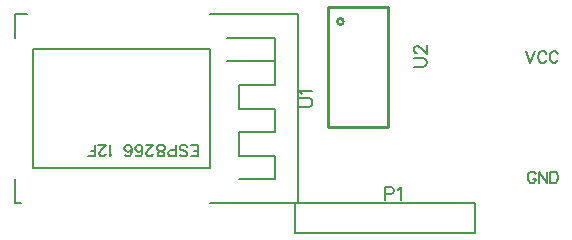
<source format=gto>
G04 Layer: TopSilkLayer*
G04 EasyEDA v6.1.52, Mon, 22 Jul 2019 07:30:32 GMT*
G04 48bfd73402ea4c338a6de7f667507198,62ece946848449f3960951035e99d9e0,10*
G04 Gerber Generator version 0.2*
G04 Scale: 100 percent, Rotated: No, Reflected: No *
G04 Dimensions in millimeters *
G04 leading zeros omitted , absolute positions ,3 integer and 3 decimal *
%FSLAX33Y33*%
%MOMM*%
G90*
G71D02*

%ADD11C,0.203200*%
%ADD28C,0.228600*%
%ADD29C,0.202999*%
%ADD30C,0.200000*%
%ADD31C,0.254000*%
%ADD32C,0.152400*%
%ADD33C,0.177800*%

%LPD*%
G54D28*
G01X28067Y19939D02*
G01X28067Y9779D01*
G01X33147Y9779D01*
G01X33147Y19939D01*
G01X28067Y19939D01*
G54D11*
G01X27178Y3302D02*
G01X25273Y3302D01*
G01X25273Y762D01*
G01X40513Y762D01*
G01X40513Y3302D01*
G54D29*
G01X40513Y3302D02*
G01X27178Y3302D01*
G54D30*
G01X1521Y19295D02*
G01X1521Y17295D01*
G01X1524Y3304D02*
G01X1524Y5304D01*
G01X1524Y3304D02*
G01X2023Y3304D01*
G01X1521Y19295D02*
G01X2521Y19295D01*
G01X18023Y19304D02*
G01X25523Y19304D01*
G01X25523Y3304D01*
G01X18023Y3304D01*
G01X20523Y5304D02*
G01X23523Y5304D01*
G01X23523Y7304D01*
G01X20523Y7304D01*
G01X20523Y9304D01*
G01X23523Y9304D01*
G01X23523Y11304D01*
G01X20523Y11304D01*
G01X20523Y13304D01*
G01X23523Y13304D01*
G01X23523Y17304D01*
G01X19523Y17304D01*
G01X19523Y15304D02*
G01X23523Y15304D01*
G01X18023Y16304D02*
G01X18023Y6304D01*
G01X3023Y6304D01*
G01X3023Y16304D01*
G01X18023Y16304D01*
G54D32*
G01X35316Y14859D02*
G01X36093Y14859D01*
G01X36250Y14909D01*
G01X36355Y15013D01*
G01X36405Y15171D01*
G01X36405Y15275D01*
G01X36355Y15430D01*
G01X36250Y15534D01*
G01X36093Y15585D01*
G01X35316Y15585D01*
G01X35575Y15981D02*
G01X35521Y15981D01*
G01X35417Y16032D01*
G01X35366Y16085D01*
G01X35316Y16189D01*
G01X35316Y16395D01*
G01X35366Y16499D01*
G01X35417Y16553D01*
G01X35521Y16603D01*
G01X35626Y16603D01*
G01X35730Y16553D01*
G01X35887Y16449D01*
G01X36405Y15928D01*
G01X36405Y16657D01*
G01X32893Y4645D02*
G01X32893Y3556D01*
G01X32893Y4645D02*
G01X33360Y4645D01*
G01X33515Y4594D01*
G01X33568Y4544D01*
G01X33619Y4439D01*
G01X33619Y4282D01*
G01X33568Y4178D01*
G01X33515Y4127D01*
G01X33360Y4074D01*
G01X32893Y4074D01*
G01X33962Y4439D02*
G01X34066Y4490D01*
G01X34223Y4645D01*
G01X34223Y3556D01*
G01X25622Y11430D02*
G01X26402Y11430D01*
G01X26557Y11480D01*
G01X26661Y11584D01*
G01X26712Y11742D01*
G01X26712Y11846D01*
G01X26661Y12001D01*
G01X26557Y12105D01*
G01X26402Y12156D01*
G01X25622Y12156D01*
G01X25830Y12499D02*
G01X25777Y12603D01*
G01X25622Y12760D01*
G01X26712Y12760D01*
G54D33*
G01X17023Y7254D02*
G01X17023Y8227D01*
G01X17023Y7254D02*
G01X16423Y7254D01*
G01X17023Y7719D02*
G01X16652Y7719D01*
G01X17023Y8227D02*
G01X16423Y8227D01*
G01X15471Y7391D02*
G01X15562Y7299D01*
G01X15699Y7254D01*
G01X15885Y7254D01*
G01X16022Y7299D01*
G01X16116Y7391D01*
G01X16116Y7485D01*
G01X16070Y7576D01*
G01X16022Y7625D01*
G01X15930Y7670D01*
G01X15654Y7762D01*
G01X15562Y7807D01*
G01X15514Y7853D01*
G01X15471Y7947D01*
G01X15471Y8084D01*
G01X15562Y8178D01*
G01X15699Y8227D01*
G01X15885Y8227D01*
G01X16022Y8178D01*
G01X16116Y8084D01*
G01X15163Y7254D02*
G01X15163Y8227D01*
G01X15163Y7254D02*
G01X14747Y7254D01*
G01X14610Y7299D01*
G01X14566Y7345D01*
G01X14518Y7439D01*
G01X14518Y7576D01*
G01X14566Y7670D01*
G01X14610Y7719D01*
G01X14747Y7762D01*
G01X15163Y7762D01*
G01X13982Y7254D02*
G01X14122Y7299D01*
G01X14165Y7391D01*
G01X14165Y7485D01*
G01X14122Y7576D01*
G01X14028Y7625D01*
G01X13843Y7670D01*
G01X13705Y7719D01*
G01X13614Y7807D01*
G01X13566Y7899D01*
G01X13566Y8039D01*
G01X13614Y8133D01*
G01X13657Y8178D01*
G01X13799Y8227D01*
G01X13982Y8227D01*
G01X14122Y8178D01*
G01X14165Y8133D01*
G01X14213Y8039D01*
G01X14213Y7899D01*
G01X14165Y7807D01*
G01X14074Y7719D01*
G01X13934Y7670D01*
G01X13751Y7625D01*
G01X13657Y7576D01*
G01X13614Y7485D01*
G01X13614Y7391D01*
G01X13657Y7299D01*
G01X13799Y7254D01*
G01X13982Y7254D01*
G01X13215Y7485D02*
G01X13215Y7439D01*
G01X13169Y7345D01*
G01X13121Y7299D01*
G01X13030Y7254D01*
G01X12847Y7254D01*
G01X12753Y7299D01*
G01X12707Y7345D01*
G01X12661Y7439D01*
G01X12661Y7531D01*
G01X12707Y7625D01*
G01X12799Y7762D01*
G01X13261Y8227D01*
G01X12613Y8227D01*
G01X11755Y7391D02*
G01X11800Y7299D01*
G01X11943Y7254D01*
G01X12031Y7254D01*
G01X12171Y7299D01*
G01X12263Y7439D01*
G01X12308Y7670D01*
G01X12308Y7899D01*
G01X12263Y8084D01*
G01X12171Y8178D01*
G01X12031Y8227D01*
G01X11986Y8227D01*
G01X11851Y8178D01*
G01X11755Y8084D01*
G01X11709Y7947D01*
G01X11709Y7899D01*
G01X11755Y7762D01*
G01X11851Y7670D01*
G01X11986Y7625D01*
G01X12031Y7625D01*
G01X12171Y7670D01*
G01X12263Y7762D01*
G01X12308Y7899D01*
G01X10850Y7391D02*
G01X10899Y7299D01*
G01X11036Y7254D01*
G01X11127Y7254D01*
G01X11267Y7299D01*
G01X11358Y7439D01*
G01X11407Y7670D01*
G01X11407Y7899D01*
G01X11358Y8084D01*
G01X11267Y8178D01*
G01X11127Y8227D01*
G01X11082Y8227D01*
G01X10942Y8178D01*
G01X10850Y8084D01*
G01X10805Y7947D01*
G01X10805Y7899D01*
G01X10850Y7762D01*
G01X10942Y7670D01*
G01X11082Y7625D01*
G01X11127Y7625D01*
G01X11267Y7670D01*
G01X11358Y7762D01*
G01X11407Y7899D01*
G01X9789Y7439D02*
G01X9695Y7391D01*
G01X9558Y7254D01*
G01X9558Y8227D01*
G01X9207Y7485D02*
G01X9207Y7439D01*
G01X9159Y7345D01*
G01X9113Y7299D01*
G01X9022Y7254D01*
G01X8836Y7254D01*
G01X8745Y7299D01*
G01X8699Y7345D01*
G01X8651Y7439D01*
G01X8651Y7531D01*
G01X8699Y7625D01*
G01X8790Y7762D01*
G01X9253Y8227D01*
G01X8605Y8227D01*
G01X8300Y7254D02*
G01X8300Y8227D01*
G01X8300Y7254D02*
G01X7703Y7254D01*
G01X8300Y7719D02*
G01X7932Y7719D01*
G54D11*
G01X44804Y16151D02*
G01X45167Y15196D01*
G01X45530Y16151D02*
G01X45167Y15196D01*
G01X46513Y15922D02*
G01X46467Y16013D01*
G01X46376Y16105D01*
G01X46284Y16151D01*
G01X46104Y16151D01*
G01X46013Y16105D01*
G01X45921Y16013D01*
G01X45875Y15922D01*
G01X45830Y15787D01*
G01X45830Y15559D01*
G01X45875Y15422D01*
G01X45921Y15333D01*
G01X46013Y15241D01*
G01X46104Y15196D01*
G01X46284Y15196D01*
G01X46376Y15241D01*
G01X46467Y15333D01*
G01X46513Y15422D01*
G01X47493Y15922D02*
G01X47450Y16013D01*
G01X47359Y16105D01*
G01X47267Y16151D01*
G01X47084Y16151D01*
G01X46996Y16105D01*
G01X46904Y16013D01*
G01X46858Y15922D01*
G01X46813Y15787D01*
G01X46813Y15559D01*
G01X46858Y15422D01*
G01X46904Y15333D01*
G01X46996Y15241D01*
G01X47084Y15196D01*
G01X47267Y15196D01*
G01X47359Y15241D01*
G01X47450Y15333D01*
G01X47493Y15422D01*
G01X45621Y5725D02*
G01X45575Y5814D01*
G01X45484Y5905D01*
G01X45395Y5951D01*
G01X45212Y5951D01*
G01X45121Y5905D01*
G01X45029Y5814D01*
G01X44986Y5725D01*
G01X44940Y5588D01*
G01X44940Y5359D01*
G01X44986Y5224D01*
G01X45029Y5133D01*
G01X45121Y5041D01*
G01X45212Y4996D01*
G01X45395Y4996D01*
G01X45484Y5041D01*
G01X45575Y5133D01*
G01X45621Y5224D01*
G01X45621Y5359D01*
G01X45395Y5359D02*
G01X45621Y5359D01*
G01X45921Y5951D02*
G01X45921Y4996D01*
G01X45921Y5951D02*
G01X46558Y4996D01*
G01X46558Y5951D02*
G01X46558Y4996D01*
G01X46858Y5951D02*
G01X46858Y4996D01*
G01X46858Y5951D02*
G01X47176Y5951D01*
G01X47313Y5905D01*
G01X47404Y5814D01*
G01X47450Y5725D01*
G01X47493Y5588D01*
G01X47493Y5359D01*
G01X47450Y5224D01*
G01X47404Y5133D01*
G01X47313Y5041D01*
G01X47176Y4996D01*
G01X46858Y4996D01*
G54D31*
G75*
G01X29337Y18669D02*
G03X29337Y18669I-254J0D01*
G01*
M00*
M02*

</source>
